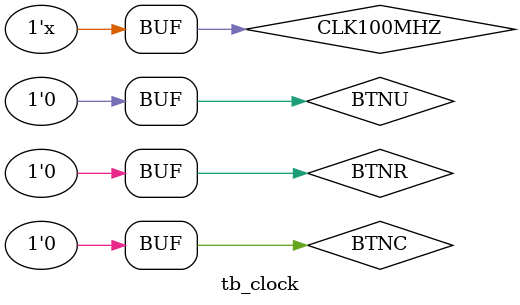
<source format=v>
module tb_clock;
    reg   CLK100MHZ;
    reg   BTNU;       //Up -- increment hours
    reg   BTNR;       //Right -- increment minutes
    reg   BTNC;        //Center -- reset button
    
    wire [5:0]    LED;
    wire [3:0]    SegmentDrivers;
    wire [7:0]    SevenSegment; 
    
    // Instantiate the Device Under Test
    Clock myClock(.CLK100MHZ(CLK100MHZ), 
        .BTNU(BTNU), 
        .BTNR(BTNR), 
        .BTNC(BTNC), 
        .LED(LED), 
        .SegmentDrivers(SegmentDrivers), 
        .SevenSegment(SevenSegment)
    );
    
    // Method for testing the clock
    initial begin
        CLK100MHZ = 0;
        BTNU = 0;
        BTNR = 0;
        BTNC = 0;
     end  
     
     always begin
        #5 CLK100MHZ <= ~CLK100MHZ;
     end
     
     /*always @(posedge CLK100MHZ) begin
        $display ("[Time %0t ps] IntReg value = %x", $time, Clock.SegmentDrivers);
     end*/
endmodule
</source>
